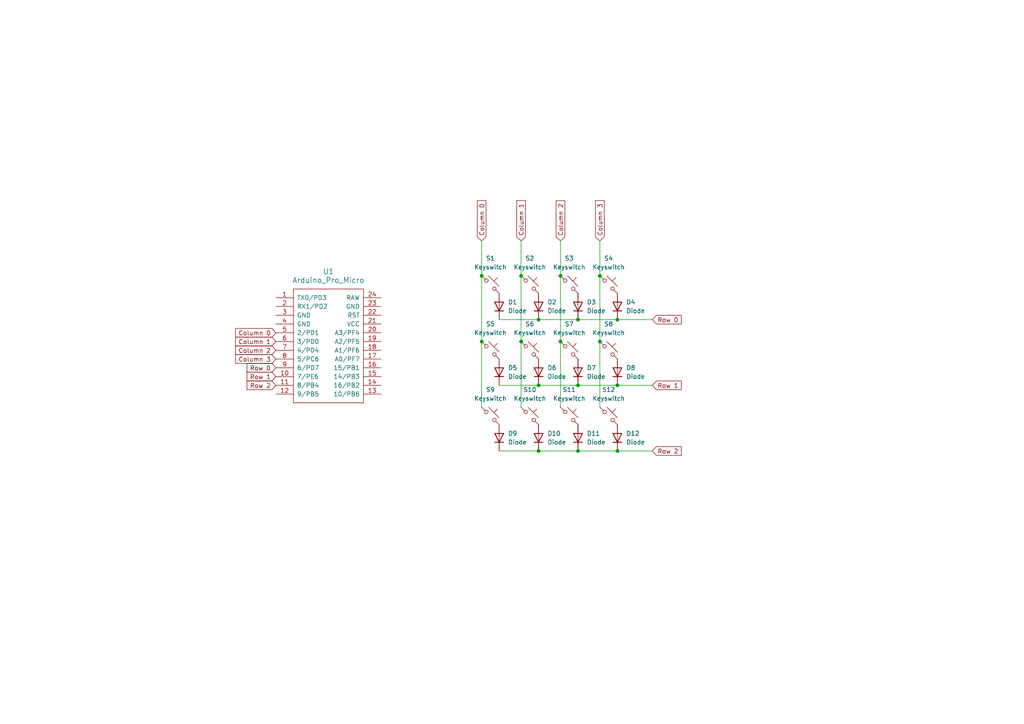
<source format=kicad_sch>
(kicad_sch (version 20231120) (generator "eeschema") (generator_version "8.0")
  (paper "A4")
  (lib_symbols
    (symbol "ScottoKeebs:MCU_Arduino_Pro_Micro" (pin_names (offset 1.016))
      (property "Reference" "U" (at 0 0 0))
      (property "Value" "Arduino_Pro_Micro" (at 0 -19.05 0))
      (symbol "MCU_Arduino_Pro_Micro_0_1"
        (rectangle (start -10.16 16.51) (end 10.16 -16.51))
      )
      (symbol "MCU_Arduino_Pro_Micro_1_1"
        (pin input line (at -15.24 13.97 0) (length 5.08) (name "TX0/PD3") (number "1"))
        (pin input line (at -15.24 -8.89 0) (length 5.08) (name "7/PE6") (number "10"))
        (pin input line (at -15.24 -11.43 0) (length 5.08) (name "8/PB4") (number "11"))
        (pin input line (at -15.24 -13.97 0) (length 5.08) (name "9/PB5") (number "12"))
        (pin input line (at 15.24 -13.97 180) (length 5.08) (name "10/PB6") (number "13"))
        (pin input line (at 15.24 -11.43 180) (length 5.08) (name "16/PB2") (number "14"))
        (pin input line (at 15.24 -8.89 180) (length 5.08) (name "14/PB3") (number "15"))
        (pin input line (at 15.24 -6.35 180) (length 5.08) (name "15/PB1") (number "16"))
        (pin input line (at 15.24 -3.81 180) (length 5.08) (name "A0/PF7") (number "17"))
        (pin input line (at 15.24 -1.27 180) (length 5.08) (name "A1/PF6") (number "18"))
        (pin input line (at 15.24 1.27 180) (length 5.08) (name "A2/PF5") (number "19"))
        (pin input line (at -15.24 11.43 0) (length 5.08) (name "RX1/PD2") (number "2"))
        (pin input line (at 15.24 3.81 180) (length 5.08) (name "A3/PF4") (number "20"))
        (pin input line (at 15.24 6.35 180) (length 5.08) (name "VCC") (number "21"))
        (pin input line (at 15.24 8.89 180) (length 5.08) (name "RST") (number "22"))
        (pin input line (at 15.24 11.43 180) (length 5.08) (name "GND") (number "23"))
        (pin input line (at 15.24 13.97 180) (length 5.08) (name "RAW") (number "24"))
        (pin input line (at -15.24 8.89 0) (length 5.08) (name "GND") (number "3"))
        (pin input line (at -15.24 6.35 0) (length 5.08) (name "GND") (number "4"))
        (pin input line (at -15.24 3.81 0) (length 5.08) (name "2/PD1") (number "5"))
        (pin input line (at -15.24 1.27 0) (length 5.08) (name "3/PD0") (number "6"))
        (pin input line (at -15.24 -1.27 0) (length 5.08) (name "4/PD4") (number "7"))
        (pin input line (at -15.24 -3.81 0) (length 5.08) (name "5/PC6") (number "8"))
        (pin input line (at -15.24 -6.35 0) (length 5.08) (name "6/PD7") (number "9"))
      )
    )
    (symbol "ScottoKeebs:Placeholder_Diode" (pin_numbers hide) (pin_names hide)
      (property "Reference" "D" (at 0 2.54 0))
      (property "Value" "Diode" (at 0 -2.54 0))
      (symbol "Placeholder_Diode_0_1"
        (polyline (pts (xy -1.27 1.27) (xy -1.27 -1.27)) (stroke (width 0.254)))
        (polyline (pts (xy 1.27 0) (xy -1.27 0)))
        (polyline (pts (xy 1.27 1.27) (xy 1.27 -1.27) (xy -1.27 0) (xy 1.27 1.27)) (stroke (width 0.254)))
      )
      (symbol "Placeholder_Diode_1_1"
        (pin passive line (at -3.81 0 0) (length 2.54) (name "K") (number "1"))
        (pin passive line (at 3.81 0 180) (length 2.54) (name "A") (number "2"))
      )
    )
    (symbol "ScottoKeebs:Placeholder_Keyswitch" (pin_numbers hide) (pin_names (offset 1.016) hide)
      (property "Reference" "S" (at 3.048 1.016 0))
      (property "Value" "Keyswitch" (at 0 -3.81 0))
      (symbol "Placeholder_Keyswitch_0_1"
        (circle (center -1.1684 1.1684) (radius 0.508))
        (polyline (pts (xy -0.508 2.54) (xy 2.54 -0.508)))
        (polyline (pts (xy 1.016 1.016) (xy 2.032 2.032)))
        (polyline (pts (xy -2.54 2.54) (xy -1.524 1.524) (xy -1.524 1.524)))
        (polyline (pts (xy 1.524 -1.524) (xy 2.54 -2.54) (xy 2.54 -2.54) (xy 2.54 -2.54)))
        (circle (center 1.143 -1.1938) (radius 0.508))
        (pin passive line (at -2.54 2.54 0) (length 0) (name "1") (number "1"))
        (pin passive line (at 2.54 -2.54 180) (length 0) (name "2") (number "2"))
      )
    )
  )
  (junction (at 167.64 130.81))
  (junction (at 139.7 80.01))
  (junction (at 139.7 99.06))
  (junction (at 179.07 130.81))
  (junction (at 156.21 111.76))
  (junction (at 167.64 92.71))
  (junction (at 151.13 99.06))
  (junction (at 156.21 92.71))
  (junction (at 156.21 130.81))
  (junction (at 173.99 80.01))
  (junction (at 151.13 80.01))
  (junction (at 162.56 99.06))
  (junction (at 173.99 99.06))
  (junction (at 179.07 92.71))
  (junction (at 162.56 80.01))
  (junction (at 179.07 111.76))
  (junction (at 167.64 111.76))
  (wire (pts (xy 162.56 99.06) (xy 162.56 118.11)))
  (wire (pts (xy 144.78 130.81) (xy 156.21 130.81)))
  (wire (pts (xy 173.99 69.85) (xy 173.99 80.01)))
  (wire (pts (xy 189.23 92.71) (xy 179.07 92.71)))
  (wire (pts (xy 139.7 99.06) (xy 139.7 118.11)))
  (wire (pts (xy 144.78 111.76) (xy 156.21 111.76)))
  (wire (pts (xy 156.21 130.81) (xy 167.64 130.81)))
  (wire (pts (xy 144.78 92.71) (xy 156.21 92.71)))
  (wire (pts (xy 139.7 69.85) (xy 139.7 80.01)))
  (wire (pts (xy 179.07 130.81) (xy 167.64 130.81)))
  (wire (pts (xy 139.7 80.01) (xy 139.7 99.06)))
  (wire (pts (xy 179.07 111.76) (xy 189.23 111.76)))
  (wire (pts (xy 167.64 111.76) (xy 179.07 111.76)))
  (wire (pts (xy 167.64 92.71) (xy 179.07 92.71)))
  (wire (pts (xy 173.99 99.06) (xy 173.99 118.11)))
  (wire (pts (xy 151.13 69.85) (xy 151.13 80.01)))
  (wire (pts (xy 179.07 130.81) (xy 189.23 130.81)))
  (wire (pts (xy 156.21 92.71) (xy 167.64 92.71)))
  (wire (pts (xy 162.56 69.85) (xy 162.56 80.01)))
  (wire (pts (xy 151.13 80.01) (xy 151.13 99.06)))
  (wire (pts (xy 156.21 111.76) (xy 167.64 111.76)))
  (wire (pts (xy 173.99 80.01) (xy 173.99 99.06)))
  (wire (pts (xy 151.13 99.06) (xy 151.13 118.11)))
  (wire (pts (xy 162.56 80.01) (xy 162.56 99.06)))
  (global_label "Row 1" (shape input) (at 80.01 109.22 180) (property "Intersheetrefs" "${INTERSHEET_REFS}" (effects (hide yes))))
  (global_label "Column 2" (shape input) (at 162.56 69.85 90) (property "Intersheetrefs" "${INTERSHEET_REFS}" (effects (hide yes))))
  (global_label "Row 0" (shape input) (at 80.01 106.68 180) (property "Intersheetrefs" "${INTERSHEET_REFS}" (effects (hide yes))))
  (global_label "Column 3" (shape input) (at 80.01 104.14 180) (property "Intersheetrefs" "${INTERSHEET_REFS}" (effects (hide yes))))
  (global_label "Row 0" (shape input) (at 189.23 92.71 0) (property "Intersheetrefs" "${INTERSHEET_REFS}" (effects (hide yes))))
  (global_label "Column 3" (shape input) (at 173.99 69.85 90) (property "Intersheetrefs" "${INTERSHEET_REFS}" (effects (hide yes))))
  (global_label "Column 1" (shape input) (at 151.13 69.85 90) (property "Intersheetrefs" "${INTERSHEET_REFS}" (effects (hide yes))))
  (global_label "Row 2" (shape input) (at 80.01 111.76 180) (property "Intersheetrefs" "${INTERSHEET_REFS}" (effects (hide yes))))
  (global_label "Column 0" (shape input) (at 80.01 96.52 180) (property "Intersheetrefs" "${INTERSHEET_REFS}" (effects (hide yes))))
  (global_label "Row 2" (shape input) (at 189.23 130.81 0) (property "Intersheetrefs" "${INTERSHEET_REFS}" (effects (hide yes))))
  (global_label "Column 0" (shape input) (at 139.7 69.85 90) (property "Intersheetrefs" "${INTERSHEET_REFS}" (effects (hide yes))))
  (global_label "Column 2" (shape input) (at 80.01 101.6 180) (property "Intersheetrefs" "${INTERSHEET_REFS}" (effects (hide yes))))
  (global_label "Row 1" (shape input) (at 189.23 111.76 0) (property "Intersheetrefs" "${INTERSHEET_REFS}" (effects (hide yes))))
  (global_label "Column 1" (shape input) (at 80.01 99.06 180) (property "Intersheetrefs" "${INTERSHEET_REFS}" (effects (hide yes))))
  (symbol (lib_id "ScottoKeebs:Placeholder_Diode") (at 167.64 107.95 90) (unit 1)
    (property "Reference" "D7" (at 170.18 106.6799 90) (effects (justify right)))
    (property "Value" "Diode" (at 170.18 109.2199 90) (effects (justify right)))
    (property "Footprint" "ScottoKeebs_Components:Diode_DO-35" (effects (hide yes)))
    (property "Description" "1N4148 (DO-35) or 1N4148W (SOD-123)" (effects (hide yes)))
    (property "Sim.Device" "D" (effects (hide yes)))
    (property "Sim.Pins" "1=K 2=A" (effects (hide yes)))
  )
  (symbol (lib_id "ScottoKeebs:Placeholder_Keyswitch") (at 165.1 120.65 0) (unit 1)
    (property "Reference" "S11" (at 165.1 113.03 0))
    (property "Value" "Keyswitch" (at 165.1 115.57 0))
    (property "Footprint" "ScottoKeebs_MX:MX_PCB_1.00u" (effects (hide yes)))
    (property "Description" "Push button switch, normally open, two pins, 45° tilted" (effects (hide yes)))
  )
  (symbol (lib_id "ScottoKeebs:Placeholder_Keyswitch") (at 153.67 82.55 0) (unit 1)
    (property "Reference" "S2" (at 153.67 74.93 0))
    (property "Value" "Keyswitch" (at 153.67 77.47 0))
    (property "Footprint" "ScottoKeebs_MX:MX_PCB_1.00u" (effects (hide yes)))
    (property "Description" "Push button switch, normally open, two pins, 45° tilted" (effects (hide yes)))
  )
  (symbol (lib_id "ScottoKeebs:Placeholder_Diode") (at 156.21 88.9 90) (unit 1)
    (property "Reference" "D2" (at 158.75 87.6299 90) (effects (justify right)))
    (property "Value" "Diode" (at 158.75 90.1699 90) (effects (justify right)))
    (property "Footprint" "ScottoKeebs_Components:Diode_DO-35" (effects (hide yes)))
    (property "Description" "1N4148 (DO-35) or 1N4148W (SOD-123)" (effects (hide yes)))
    (property "Sim.Device" "D" (effects (hide yes)))
    (property "Sim.Pins" "1=K 2=A" (effects (hide yes)))
  )
  (symbol (lib_id "ScottoKeebs:Placeholder_Diode") (at 144.78 127 90) (unit 1)
    (property "Reference" "D9" (at 147.32 125.7299 90) (effects (justify right)))
    (property "Value" "Diode" (at 147.32 128.2699 90) (effects (justify right)))
    (property "Footprint" "ScottoKeebs_Components:Diode_DO-35" (effects (hide yes)))
    (property "Description" "1N4148 (DO-35) or 1N4148W (SOD-123)" (effects (hide yes)))
    (property "Sim.Device" "D" (effects (hide yes)))
    (property "Sim.Pins" "1=K 2=A" (effects (hide yes)))
  )
  (symbol (lib_id "ScottoKeebs:Placeholder_Keyswitch") (at 142.24 101.6 0) (unit 1)
    (property "Reference" "S5" (at 142.24 93.98 0))
    (property "Value" "Keyswitch" (at 142.24 96.52 0))
    (property "Footprint" "ScottoKeebs_MX:MX_PCB_1.00u" (effects (hide yes)))
    (property "Description" "Push button switch, normally open, two pins, 45° tilted" (effects (hide yes)))
  )
  (symbol (lib_id "ScottoKeebs:Placeholder_Diode") (at 179.07 88.9 90) (unit 1)
    (property "Reference" "D4" (at 181.61 87.6299 90) (effects (justify right)))
    (property "Value" "Diode" (at 181.61 90.1699 90) (effects (justify right)))
    (property "Footprint" "ScottoKeebs_Components:Diode_DO-35" (effects (hide yes)))
    (property "Description" "1N4148 (DO-35) or 1N4148W (SOD-123)" (effects (hide yes)))
    (property "Sim.Device" "D" (effects (hide yes)))
    (property "Sim.Pins" "1=K 2=A" (effects (hide yes)))
  )
  (symbol (lib_id "ScottoKeebs:Placeholder_Diode") (at 156.21 127 90) (unit 1)
    (property "Reference" "D10" (at 158.75 125.7299 90) (effects (justify right)))
    (property "Value" "Diode" (at 158.75 128.2699 90) (effects (justify right)))
    (property "Footprint" "ScottoKeebs_Components:Diode_DO-35" (effects (hide yes)))
    (property "Description" "1N4148 (DO-35) or 1N4148W (SOD-123)" (effects (hide yes)))
    (property "Sim.Device" "D" (effects (hide yes)))
    (property "Sim.Pins" "1=K 2=A" (effects (hide yes)))
  )
  (symbol (lib_id "ScottoKeebs:Placeholder_Keyswitch") (at 153.67 101.6 0) (unit 1)
    (property "Reference" "S6" (at 153.67 93.98 0))
    (property "Value" "Keyswitch" (at 153.67 96.52 0))
    (property "Footprint" "ScottoKeebs_MX:MX_PCB_1.00u" (effects (hide yes)))
    (property "Description" "Push button switch, normally open, two pins, 45° tilted" (effects (hide yes)))
  )
  (symbol (lib_id "ScottoKeebs:Placeholder_Keyswitch") (at 165.1 82.55 0) (unit 1)
    (property "Reference" "S3" (at 165.1 74.93 0))
    (property "Value" "Keyswitch" (at 165.1 77.47 0))
    (property "Footprint" "ScottoKeebs_MX:MX_PCB_1.00u" (effects (hide yes)))
    (property "Description" "Push button switch, normally open, two pins, 45° tilted" (effects (hide yes)))
  )
  (symbol (lib_id "ScottoKeebs:Placeholder_Keyswitch") (at 153.67 120.65 0) (unit 1)
    (property "Reference" "S10" (at 153.67 113.03 0))
    (property "Value" "Keyswitch" (at 153.67 115.57 0))
    (property "Footprint" "ScottoKeebs_MX:MX_PCB_1.00u" (effects (hide yes)))
    (property "Description" "Push button switch, normally open, two pins, 45° tilted" (effects (hide yes)))
  )
  (symbol (lib_id "ScottoKeebs:Placeholder_Diode") (at 179.07 127 90) (unit 1)
    (property "Reference" "D12" (at 181.61 125.7299 90) (effects (justify right)))
    (property "Value" "Diode" (at 181.61 128.2699 90) (effects (justify right)))
    (property "Footprint" "ScottoKeebs_Components:Diode_DO-35" (effects (hide yes)))
    (property "Description" "1N4148 (DO-35) or 1N4148W (SOD-123)" (effects (hide yes)))
    (property "Sim.Device" "D" (effects (hide yes)))
    (property "Sim.Pins" "1=K 2=A" (effects (hide yes)))
  )
  (symbol (lib_id "ScottoKeebs:Placeholder_Diode") (at 167.64 127 90) (unit 1)
    (property "Reference" "D11" (at 170.18 125.7299 90) (effects (justify right)))
    (property "Value" "Diode" (at 170.18 128.2699 90) (effects (justify right)))
    (property "Footprint" "ScottoKeebs_Components:Diode_DO-35" (effects (hide yes)))
    (property "Description" "1N4148 (DO-35) or 1N4148W (SOD-123)" (effects (hide yes)))
    (property "Sim.Device" "D" (effects (hide yes)))
    (property "Sim.Pins" "1=K 2=A" (effects (hide yes)))
  )
  (symbol (lib_id "ScottoKeebs:Placeholder_Keyswitch") (at 142.24 120.65 0) (unit 1)
    (property "Reference" "S9" (at 142.24 113.03 0))
    (property "Value" "Keyswitch" (at 142.24 115.57 0))
    (property "Footprint" "ScottoKeebs_MX:MX_PCB_1.00u" (effects (hide yes)))
    (property "Description" "Push button switch, normally open, two pins, 45° tilted" (effects (hide yes)))
  )
  (symbol (lib_id "ScottoKeebs:Placeholder_Diode") (at 156.21 107.95 90) (unit 1)
    (property "Reference" "D6" (at 158.75 106.6799 90) (effects (justify right)))
    (property "Value" "Diode" (at 158.75 109.2199 90) (effects (justify right)))
    (property "Footprint" "ScottoKeebs_Components:Diode_DO-35" (effects (hide yes)))
    (property "Description" "1N4148 (DO-35) or 1N4148W (SOD-123)" (effects (hide yes)))
    (property "Sim.Device" "D" (effects (hide yes)))
    (property "Sim.Pins" "1=K 2=A" (effects (hide yes)))
  )
  (symbol (lib_id "ScottoKeebs:Placeholder_Diode") (at 144.78 88.9 90) (unit 1)
    (property "Reference" "D1" (at 147.32 87.6299 90) (effects (justify right)))
    (property "Value" "Diode" (at 147.32 90.1699 90) (effects (justify right)))
    (property "Footprint" "ScottoKeebs_Components:Diode_DO-35" (effects (hide yes)))
    (property "Description" "1N4148 (DO-35) or 1N4148W (SOD-123)" (effects (hide yes)))
    (property "Sim.Device" "D" (effects (hide yes)))
    (property "Sim.Pins" "1=K 2=A" (effects (hide yes)))
  )
  (symbol (lib_id "ScottoKeebs:Placeholder_Keyswitch") (at 165.1 101.6 0) (unit 1)
    (property "Reference" "S7" (at 165.1 93.98 0))
    (property "Value" "Keyswitch" (at 165.1 96.52 0))
    (property "Footprint" "ScottoKeebs_MX:MX_PCB_1.00u" (effects (hide yes)))
    (property "Description" "Push button switch, normally open, two pins, 45° tilted" (effects (hide yes)))
  )
  (symbol (lib_id "ScottoKeebs:MCU_Arduino_Pro_Micro") (at 95.25 100.33 0) (unit 1)
    (property "Reference" "U1" (at 95.25 78.74 0) (effects (font (size 1.524 1.524))))
    (property "Value" "Arduino_Pro_Micro" (at 95.25 81.28 0) (effects (font (size 1.524 1.524))))
    (property "Footprint" "ScottoKeebs_MCU:Arduino_Pro_Micro" (effects (hide yes)))
  )
  (symbol (lib_id "ScottoKeebs:Placeholder_Keyswitch") (at 176.53 101.6 0) (unit 1)
    (property "Reference" "S8" (at 176.53 93.98 0))
    (property "Value" "Keyswitch" (at 176.53 96.52 0))
    (property "Footprint" "ScottoKeebs_MX:MX_PCB_1.00u" (effects (hide yes)))
    (property "Description" "Push button switch, normally open, two pins, 45° tilted" (effects (hide yes)))
  )
  (symbol (lib_id "ScottoKeebs:Placeholder_Keyswitch") (at 176.53 120.65 0) (unit 1)
    (property "Reference" "S12" (at 176.53 113.03 0))
    (property "Value" "Keyswitch" (at 176.53 115.57 0))
    (property "Footprint" "ScottoKeebs_MX:MX_PCB_1.00u" (effects (hide yes)))
    (property "Description" "Push button switch, normally open, two pins, 45° tilted" (effects (hide yes)))
  )
  (symbol (lib_id "ScottoKeebs:Placeholder_Diode") (at 179.07 107.95 90) (unit 1)
    (property "Reference" "D8" (at 181.61 106.6799 90) (effects (justify right)))
    (property "Value" "Diode" (at 181.61 109.2199 90) (effects (justify right)))
    (property "Footprint" "ScottoKeebs_Components:Diode_DO-35" (effects (hide yes)))
    (property "Description" "1N4148 (DO-35) or 1N4148W (SOD-123)" (effects (hide yes)))
    (property "Sim.Device" "D" (effects (hide yes)))
    (property "Sim.Pins" "1=K 2=A" (effects (hide yes)))
  )
  (symbol (lib_id "ScottoKeebs:Placeholder_Diode") (at 167.64 88.9 90) (unit 1)
    (property "Reference" "D3" (at 170.18 87.6299 90) (effects (justify right)))
    (property "Value" "Diode" (at 170.18 90.1699 90) (effects (justify right)))
    (property "Footprint" "ScottoKeebs_Components:Diode_DO-35" (effects (hide yes)))
    (property "Description" "1N4148 (DO-35) or 1N4148W (SOD-123)" (effects (hide yes)))
    (property "Sim.Device" "D" (effects (hide yes)))
    (property "Sim.Pins" "1=K 2=A" (effects (hide yes)))
  )
  (symbol (lib_id "ScottoKeebs:Placeholder_Keyswitch") (at 142.24 82.55 0) (unit 1)
    (property "Reference" "S1" (at 142.24 74.93 0))
    (property "Value" "Keyswitch" (at 142.24 77.47 0))
    (property "Footprint" "ScottoKeebs_MX:MX_PCB_1.00u" (effects (hide yes)))
    (property "Description" "Push button switch, normally open, two pins, 45° tilted" (effects (hide yes)))
  )
  (symbol (lib_id "ScottoKeebs:Placeholder_Diode") (at 144.78 107.95 90) (unit 1)
    (property "Reference" "D5" (at 147.32 106.6799 90) (effects (justify right)))
    (property "Value" "Diode" (at 147.32 109.2199 90) (effects (justify right)))
    (property "Footprint" "ScottoKeebs_Components:Diode_DO-35" (effects (hide yes)))
    (property "Description" "1N4148 (DO-35) or 1N4148W (SOD-123)" (effects (hide yes)))
    (property "Sim.Device" "D" (effects (hide yes)))
    (property "Sim.Pins" "1=K 2=A" (effects (hide yes)))
  )
  (symbol (lib_id "ScottoKeebs:Placeholder_Keyswitch") (at 176.53 82.55 0) (unit 1)
    (property "Reference" "S4" (at 176.53 74.93 0))
    (property "Value" "Keyswitch" (at 176.53 77.47 0))
    (property "Footprint" "ScottoKeebs_MX:MX_PCB_1.00u" (effects (hide yes)))
    (property "Description" "Push button switch, normally open, two pins, 45° tilted" (effects (hide yes)))
  )
)
</source>
